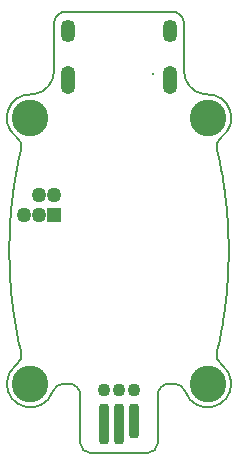
<source format=gbs>
G04*
G04 #@! TF.GenerationSoftware,Altium Limited,Altium Designer,21.5.1 (32)*
G04*
G04 Layer_Color=16711935*
%FSAX25Y25*%
%MOIN*%
G70*
G04*
G04 #@! TF.SameCoordinates,4E6474E7-3770-4CE9-8705-8CFC98EF6C10*
G04*
G04*
G04 #@! TF.FilePolarity,Negative*
G04*
G01*
G75*
%ADD12C,0.00787*%
%ADD53C,0.00591*%
G04:AMPARAMS|DCode=54|XSize=5.91mil|YSize=5.91mil|CornerRadius=0mil|HoleSize=0mil|Usage=FLASHONLY|Rotation=180.000|XOffset=0mil|YOffset=0mil|HoleType=Round|Shape=RoundedRectangle|*
%AMROUNDEDRECTD54*
21,1,0.00591,0.00591,0,0,180.0*
21,1,0.00591,0.00591,0,0,180.0*
1,1,0.00000,-0.00295,0.00295*
1,1,0.00000,0.00295,0.00295*
1,1,0.00000,0.00295,-0.00295*
1,1,0.00000,-0.00295,-0.00295*
%
%ADD54ROUNDEDRECTD54*%
G04:AMPARAMS|DCode=55|XSize=49.21mil|YSize=92.52mil|CornerRadius=22.44mil|HoleSize=0mil|Usage=FLASHONLY|Rotation=180.000|XOffset=0mil|YOffset=0mil|HoleType=Round|Shape=RoundedRectangle|*
%AMROUNDEDRECTD55*
21,1,0.04921,0.04764,0,0,180.0*
21,1,0.00433,0.09252,0,0,180.0*
1,1,0.04488,-0.00217,0.02382*
1,1,0.04488,0.00217,0.02382*
1,1,0.04488,0.00217,-0.02382*
1,1,0.04488,-0.00217,-0.02382*
%
%ADD55ROUNDEDRECTD55*%
G04:AMPARAMS|DCode=56|XSize=49.21mil|YSize=72.84mil|CornerRadius=22.44mil|HoleSize=0mil|Usage=FLASHONLY|Rotation=180.000|XOffset=0mil|YOffset=0mil|HoleType=Round|Shape=RoundedRectangle|*
%AMROUNDEDRECTD56*
21,1,0.04921,0.02795,0,0,180.0*
21,1,0.00433,0.07284,0,0,180.0*
1,1,0.04488,-0.00217,0.01398*
1,1,0.04488,0.00217,0.01398*
1,1,0.04488,0.00217,-0.01398*
1,1,0.04488,-0.00217,-0.01398*
%
%ADD56ROUNDEDRECTD56*%
%ADD57C,0.12205*%
%ADD58C,0.04961*%
%ADD59R,0.04961X0.04961*%
G04:AMPARAMS|DCode=73|XSize=35.43mil|YSize=135.83mil|CornerRadius=13.82mil|HoleSize=0mil|Usage=FLASHONLY|Rotation=180.000|XOffset=0mil|YOffset=0mil|HoleType=Round|Shape=RoundedRectangle|*
%AMROUNDEDRECTD73*
21,1,0.03543,0.10819,0,0,180.0*
21,1,0.00780,0.13583,0,0,180.0*
1,1,0.02764,-0.00390,0.05409*
1,1,0.02764,0.00390,0.05409*
1,1,0.02764,0.00390,-0.05409*
1,1,0.02764,-0.00390,-0.05409*
%
%ADD73ROUNDEDRECTD73*%
G04:AMPARAMS|DCode=74|XSize=35.43mil|YSize=116.14mil|CornerRadius=13.82mil|HoleSize=0mil|Usage=FLASHONLY|Rotation=180.000|XOffset=0mil|YOffset=0mil|HoleType=Round|Shape=RoundedRectangle|*
%AMROUNDEDRECTD74*
21,1,0.03543,0.08850,0,0,180.0*
21,1,0.00780,0.11614,0,0,180.0*
1,1,0.02764,-0.00390,0.04425*
1,1,0.02764,0.00390,0.04425*
1,1,0.02764,0.00390,-0.04425*
1,1,0.02764,-0.00390,-0.04425*
%
%ADD74ROUNDEDRECTD74*%
%ADD76C,0.04331*%
D12*
X-0017715Y0079726D02*
G03*
X-0021654Y0075787I0000000J-0003938D01*
G01*
X-0034152Y-0037918D02*
G03*
X-0037374Y-0043632I0004625J-0006373D01*
G01*
X0016811Y-0044291D02*
G03*
X0012874Y-0048228I0000000J-0003937D01*
G01*
X0021654Y0075787D02*
G03*
X0017715Y0079726I-0003938J0000000D01*
G01*
X0034152Y0037918D02*
G03*
X0032640Y0033797I0002312J-0003187D01*
G01*
X-0034152Y-0037918D02*
G03*
X-0032640Y-0033797I-0002312J0003187D01*
G01*
X0009729Y-0067323D02*
G03*
X0012874Y-0064177I0000000J0003145D01*
G01*
X0032640Y-0033797D02*
G03*
X0034152Y-0037918I0003824J-0000935D01*
G01*
X-0012874Y-0064177D02*
G03*
X-0009729Y-0067323I0003145J0000000D01*
G01*
X-0032640Y0033797D02*
G03*
X-0034152Y0037918I-0003824J0000935D01*
G01*
X0037367Y-0043558D02*
G03*
X0034152Y-0037918I-0007840J-0000734D01*
G01*
X-0029035Y0052150D02*
G03*
X-0034152Y0037918I-0000493J-0007859D01*
G01*
X-0012874Y-0048228D02*
G03*
X-0016811Y-0044291I-0003937J0000000D01*
G01*
X0021654Y0059953D02*
G03*
X0028362Y0052165I0007874J0000000D01*
G01*
X-0029035Y0052150D02*
G03*
X-0028362Y0052165I0000246J0003929D01*
G01*
X0022104Y-0046916D02*
G03*
X0037367Y-0043560I0007423J0002625D01*
G01*
X-0018392Y-0044291D02*
G03*
X-0022104Y-0046916I0000000J-0003937D01*
G01*
X0028362Y0052165D02*
G03*
X0029035Y0052150I0000426J0003914D01*
G01*
X0022104Y-0046916D02*
G03*
X0018392Y-0044291I-0003712J-0001312D01*
G01*
X-0037374Y-0043633D02*
G03*
X-0022104Y-0046916I0007846J-0000658D01*
G01*
X0034152Y0037918D02*
G03*
X0029035Y0052150I-0004625J0006373D01*
G01*
X-0028362Y0052165D02*
G03*
X-0021654Y0059953I-0001165J0007787D01*
G01*
Y0075787D01*
X0033507Y0029989D02*
X0033641Y0029344D01*
X-0033507Y0029989D02*
X-0033370Y0030630D01*
X0034269Y0026086D02*
X0034386Y0025428D01*
X-0034269Y0026086D02*
X-0034150Y0026743D01*
X0034924Y0022102D02*
X0035023Y0021431D01*
X0035118Y0020759D01*
X-0034924Y0022102D02*
X-0034823Y0022772D01*
X-0035840Y0014628D02*
X-0035773Y0015315D01*
X0036227Y0009787D02*
X0036270Y0009091D01*
X-0036182Y0010482D02*
X-0036133Y0011175D01*
X0036437Y0005603D02*
X0036461Y0004904D01*
X-0036410Y0006302D02*
X-0036380Y0007000D01*
X0036532Y0001402D02*
X0036537Y0000701D01*
X-0036524Y0002103D02*
X-0036513Y0002804D01*
X0036499Y-0003504D02*
X0036513Y-0002804D01*
X0036132Y-0011175D02*
X0036182Y-0010482D01*
X-0036228Y-0009787D02*
X-0036182Y-0010482D01*
X0035772Y-0015315D02*
X0035840Y-0014628D01*
X-0035905Y-0013940D02*
X-0035840Y-0014628D01*
X0035300Y-0019407D02*
X0035387Y-0018729D01*
X-0035470Y-0018049D02*
X-0035387Y-0018729D01*
X0034610Y-0024104D02*
X0034718Y-0023439D01*
X0033229Y-0031269D02*
X0033370Y-0030630D01*
X-0033641Y-0029344D02*
X-0033507Y-0029989D01*
X-0032792Y-0033169D02*
X-0032640Y-0033797D01*
X0016811Y-0044291D02*
X0018392D01*
X0032792Y0033169D02*
X0032940Y0032539D01*
X0033641Y0029344D02*
X0033773Y0028698D01*
X-0033370Y0030630D02*
X-0033230Y0031269D01*
X0034386Y0025428D02*
X0034500Y0024767D01*
X-0034150Y0026743D02*
X-0034027Y0027397D01*
X-0034823Y0022772D02*
X-0034718Y0023439D01*
X0035550Y0017368D02*
X0035627Y0016685D01*
X-0035387Y0018729D02*
X-0035301Y0019407D01*
X0035967Y0013250D02*
X0036025Y0012560D01*
X0036270Y0009091D02*
X0036310Y0008395D01*
X-0036380Y0007000D02*
X-0036346Y0007698D01*
X0036461Y0004904D02*
X0036481Y0004204D01*
X-0036513Y0002804D02*
X-0036499Y0003504D01*
X-0036537Y-0000701D02*
X-0036532Y-0001402D01*
X0036346Y-0007698D02*
X0036380Y-0007000D01*
X-0036461Y-0004904D02*
X-0036437Y-0005603D01*
X0036080Y-0011868D02*
X0036132Y-0011175D01*
X0035701Y-0016001D02*
X0035772Y-0015315D01*
X-0035967Y-0013250D02*
X-0035905Y-0013940D01*
X0035211Y-0020084D02*
X0035300Y-0019407D01*
X-0035550Y-0017368D02*
X-0035470Y-0018049D01*
X-0035023Y-0021431D02*
X-0034924Y-0022102D01*
X0033901Y-0028048D02*
X0034027Y-0027397D01*
X-0034386Y-0025428D02*
X-0034269Y-0026086D01*
X0033086Y-0031905D02*
X0033229Y-0031269D01*
X-0032941Y-0032539D02*
X-0032792Y-0033169D01*
X0012874Y-0064177D02*
Y-0048228D01*
X-0017715Y0079724D02*
X0017715D01*
X0032940Y0032539D02*
X0033086Y0031905D01*
X0033773Y0028698D02*
X0033901Y0028048D01*
X-0034718Y0023439D02*
X-0034610Y0024104D01*
X0035118Y0020759D02*
X0035211Y0020084D01*
X-0035301Y0019407D02*
X-0035211Y0020084D01*
X0035627Y0016685D02*
X0035701Y0016001D01*
X-0035773Y0015315D02*
X-0035702Y0016001D01*
X0036025Y0012560D02*
X0036080Y0011868D01*
X-0036133Y0011175D02*
X-0036081Y0011868D01*
X0036310Y0008395D02*
X0036346Y0007698D01*
X-0036499Y0003504D02*
X-0036481Y0004204D01*
X0036537Y0000701D02*
X0036538Y0000000D01*
X-0036538D02*
X-0036537Y-0000701D01*
X0036481Y-0004204D02*
X0036499Y-0003504D01*
X-0036481Y-0004204D02*
X-0036461Y-0004904D01*
X0036310Y-0008395D02*
X0036346Y-0007698D01*
X-0036270Y-0009091D02*
X-0036228Y-0009787D01*
X0036025Y-0012560D02*
X0036080Y-0011868D01*
X-0035628Y-0016685D02*
X-0035550Y-0017368D01*
X-0035119Y-0020759D02*
X-0035023Y-0021431D01*
X0034500Y-0024767D02*
X0034610Y-0024104D01*
X-0034500Y-0024767D02*
X-0034386Y-0025428D01*
X0033773Y-0028698D02*
X0033901Y-0028048D01*
X-0033773Y-0028698D02*
X-0033641Y-0029344D01*
X0032940Y-0032539D02*
X0033086Y-0031905D01*
X0021654Y0059953D02*
Y0075787D01*
X-0033230Y0031269D02*
X-0033086Y0031905D01*
X-0034027Y0027397D02*
X-0033902Y0028048D01*
X0034500Y0024767D02*
X0034610Y0024104D01*
X0035211Y0020084D02*
X0035300Y0019407D01*
X-0035211Y0020084D02*
X-0035119Y0020759D01*
X0035701Y0016001D02*
X0035772Y0015315D01*
X-0035702Y0016001D02*
X-0035628Y0016685D01*
X-0036081Y0011868D02*
X-0036025Y0012560D01*
X-0036346Y0007698D02*
X-0036310Y0008395D01*
X0036481Y0004204D02*
X0036499Y0003504D01*
X0036537Y-0000701D02*
X0036538Y0000000D01*
X0036461Y-0004904D02*
X0036481Y-0004204D01*
X-0036499Y-0003504D02*
X-0036481Y-0004204D01*
X0036270Y-0009091D02*
X0036310Y-0008395D01*
X-0036310D02*
X-0036270Y-0009091D01*
X-0036025Y-0012560D02*
X-0035967Y-0013250D01*
X0035627Y-0016685D02*
X0035701Y-0016001D01*
X0035118Y-0020759D02*
X0035211Y-0020084D01*
X0034386Y-0025428D02*
X0034500Y-0024767D01*
X-0034610Y-0024104D02*
X-0034500Y-0024767D01*
X0033641Y-0029344D02*
X0033773Y-0028698D01*
X-0033902Y-0028048D02*
X-0033773Y-0028698D01*
X-0033086Y-0031905D02*
X-0032941Y-0032539D01*
X-0009729Y-0067323D02*
X0009729D01*
X0033086Y0031905D02*
X0033229Y0031269D01*
X-0033086Y0031905D02*
X-0032941Y0032539D01*
X0033901Y0028048D02*
X0034027Y0027397D01*
X-0033902Y0028048D02*
X-0033773Y0028698D01*
X0034610Y0024104D02*
X0034718Y0023439D01*
X-0034610Y0024104D02*
X-0034500Y0024767D01*
X0035300Y0019407D02*
X0035387Y0018729D01*
X0036080Y0011868D02*
X0036132Y0011175D01*
X-0036025Y0012560D02*
X-0035967Y0013250D01*
X0036346Y0007698D02*
X0036380Y0007000D01*
X-0036310Y0008395D02*
X-0036270Y0009091D01*
X0036499Y0003504D02*
X0036513Y0002804D01*
X-0036481Y0004204D02*
X-0036461Y0004904D01*
X0036532Y-0001402D02*
X0036537Y-0000701D01*
X-0036538Y0000000D02*
X-0036537Y0000701D01*
X-0036346Y-0007698D02*
X-0036310Y-0008395D01*
X0035967Y-0013250D02*
X0036025Y-0012560D01*
X-0036081Y-0011868D02*
X-0036025Y-0012560D01*
X0035550Y-0017368D02*
X0035627Y-0016685D01*
X-0035702Y-0016001D02*
X-0035628Y-0016685D01*
X0035023Y-0021431D02*
X0035118Y-0020759D01*
X-0035211Y-0020084D02*
X-0035119Y-0020759D01*
X-0034027Y-0027397D02*
X-0033902Y-0028048D01*
X0032792Y-0033169D02*
X0032940Y-0032539D01*
X-0033230Y-0031269D02*
X-0033086Y-0031905D01*
X-0012874Y-0064177D02*
Y-0048228D01*
X0033229Y0031269D02*
X0033370Y0030630D01*
X0034027Y0027397D02*
X0034150Y0026743D01*
X-0033773Y0028698D02*
X-0033641Y0029344D01*
X0034718Y0023439D02*
X0034823Y0022772D01*
X-0034500Y0024767D02*
X-0034386Y0025428D01*
X-0035119Y0020759D02*
X-0035023Y0021431D01*
X0035772Y0015315D02*
X0035840Y0014628D01*
X-0035628Y0016685D02*
X-0035550Y0017368D01*
X0036132Y0011175D02*
X0036182Y0010482D01*
X-0036270Y0009091D02*
X-0036228Y0009787D01*
X0036380Y0007000D02*
X0036410Y0006302D01*
X-0036461Y0004904D02*
X-0036437Y0005603D01*
X0036513Y0002804D02*
X0036524Y0002103D01*
X-0036537Y0000701D02*
X-0036532Y0001402D01*
X0036437Y-0005603D02*
X0036461Y-0004904D01*
X-0036513Y-0002804D02*
X-0036499Y-0003504D01*
X0036227Y-0009787D02*
X0036270Y-0009091D01*
X0035905Y-0013940D02*
X0035967Y-0013250D01*
X-0036133Y-0011175D02*
X-0036081Y-0011868D01*
X0035470Y-0018049D02*
X0035550Y-0017368D01*
X-0035773Y-0015315D02*
X-0035702Y-0016001D01*
X-0035301Y-0019407D02*
X-0035211Y-0020084D01*
X0034269Y-0026086D02*
X0034386Y-0025428D01*
X-0034718Y-0023439D02*
X-0034610Y-0024104D01*
X0033507Y-0029989D02*
X0033641Y-0029344D01*
X0032640Y-0033797D02*
X0032792Y-0033169D01*
X-0018392Y-0044291D02*
X-0016811D01*
X-0032941Y0032539D02*
X-0032792Y0033169D01*
X0033370Y0030630D02*
X0033507Y0029989D01*
X-0034386Y0025428D02*
X-0034269Y0026086D01*
X-0035023Y0021431D02*
X-0034924Y0022102D01*
X0035387Y0018729D02*
X0035470Y0018049D01*
X-0035550Y0017368D02*
X-0035470Y0018049D01*
X0035840Y0014628D02*
X0035905Y0013940D01*
X-0035967Y0013250D02*
X-0035905Y0013940D01*
X0036182Y0010482D02*
X0036227Y0009787D01*
X-0036532Y0001402D02*
X-0036524Y0002103D01*
X0036524Y-0002103D02*
X0036532Y-0001402D01*
X-0036524Y-0002103D02*
X-0036513Y-0002804D01*
X0036410Y-0006302D02*
X0036437Y-0005603D01*
X-0036410Y-0006302D02*
X-0036380Y-0007000D01*
X-0036346Y-0007698D01*
X0036182Y-0010482D02*
X0036227Y-0009787D01*
X0035840Y-0014628D02*
X0035905Y-0013940D01*
X-0035387Y-0018729D02*
X-0035301Y-0019407D01*
X0034924Y-0022102D02*
X0035023Y-0021431D01*
X-0034823Y-0022772D02*
X-0034718Y-0023439D01*
X0034150Y-0026743D02*
X0034269Y-0026086D01*
X-0034150Y-0026743D02*
X-0034027Y-0027397D01*
X0033370Y-0030630D02*
X0033507Y-0029989D01*
X-0033370Y-0030630D02*
X-0033230Y-0031269D01*
X0037367Y-0043560D02*
Y-0043558D01*
X0032640Y0033797D02*
X0032792Y0033169D01*
X-0032792D02*
X-0032640Y0033797D01*
X-0033641Y0029344D02*
X-0033507Y0029989D01*
X0034150Y0026743D02*
X0034269Y0026086D01*
X0034823Y0022772D02*
X0034924Y0022102D01*
X0035470Y0018049D02*
X0035550Y0017368D01*
X-0035470Y0018049D02*
X-0035387Y0018729D01*
X0035905Y0013940D02*
X0035967Y0013250D01*
X-0035905Y0013940D02*
X-0035840Y0014628D01*
X-0036228Y0009787D02*
X-0036182Y0010482D01*
X0036410Y0006302D02*
X0036437Y0005603D01*
X-0036437D02*
X-0036410Y0006302D01*
X0036524Y0002103D02*
X0036532Y0001402D01*
X0036513Y-0002804D02*
X0036524Y-0002103D01*
X-0036532Y-0001402D02*
X-0036524Y-0002103D01*
X0036380Y-0007000D02*
X0036410Y-0006302D01*
X-0036437Y-0005603D02*
X-0036410Y-0006302D01*
X-0036182Y-0010482D02*
X-0036133Y-0011175D01*
X-0035840Y-0014628D02*
X-0035773Y-0015315D01*
X0035387Y-0018729D02*
X0035470Y-0018049D01*
X0034823Y-0022772D02*
X0034924Y-0022102D01*
X0034718Y-0023439D02*
X0034823Y-0022772D01*
X-0034924Y-0022102D02*
X-0034823Y-0022772D01*
X0034027Y-0027397D02*
X0034150Y-0026743D01*
X-0034269Y-0026086D02*
X-0034150Y-0026743D01*
X-0033507Y-0029989D02*
X-0033370Y-0030630D01*
X-0037374Y-0043633D02*
Y-0043632D01*
D53*
X-0011378Y0059035D02*
D03*
X0009921Y-0054724D02*
D03*
X-0009921D02*
D03*
D54*
X0011378Y0059035D02*
D03*
D55*
X-0017008Y0056949D02*
D03*
X0017008D02*
D03*
D56*
X-0017008Y0073405D02*
D03*
X0017008D02*
D03*
D57*
X0029528Y0044291D02*
D03*
Y-0044291D02*
D03*
X-0029528D02*
D03*
Y0044291D02*
D03*
D58*
X-0026555Y0018608D02*
D03*
Y0012008D02*
D03*
X-0031555D02*
D03*
X-0021555Y0018608D02*
D03*
D59*
Y0012008D02*
D03*
D73*
X0000000Y-0057776D02*
D03*
X-0005000D02*
D03*
D74*
X0005000Y-0056791D02*
D03*
D76*
X-0005000Y-0046457D02*
D03*
X0000000D02*
D03*
X0005000D02*
D03*
M02*

</source>
